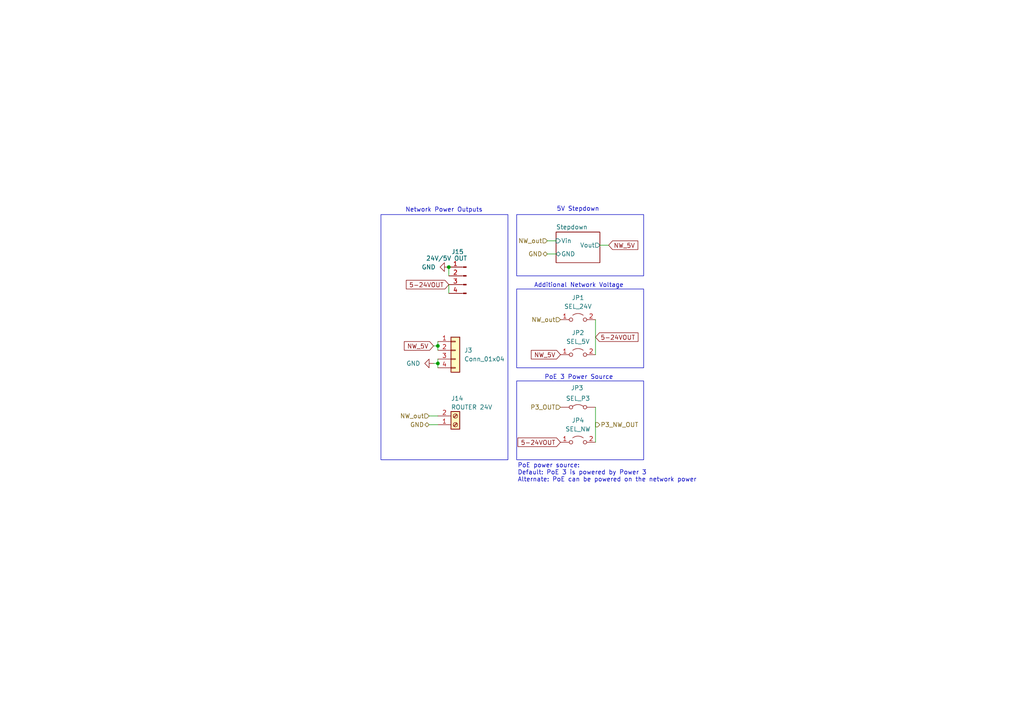
<source format=kicad_sch>
(kicad_sch (version 20231120) (generator "eeschema") (generator_version "8.0")
  (paper "A4")
  (lib_symbols
    (symbol "AusOceanPCB-rescue:Conn_01x04_Male-Connector" (pin_names (offset 1.016) hide)
      (property "Reference" "J" (at 0 5.08 0))
      (property "Value" "Connector_Conn_01x04_Male" (at 0 -7.62 0))
      (symbol "Conn_01x04_Male-Connector_1_1"
        (polyline (pts (xy 1.27 -5.08) (xy 0.8636 -5.08)) (stroke (width 0.1524)))
        (polyline (pts (xy 1.27 -2.54) (xy 0.8636 -2.54)) (stroke (width 0.1524)))
        (polyline (pts (xy 1.27 0) (xy 0.8636 0)) (stroke (width 0.1524)))
        (polyline (pts (xy 1.27 2.54) (xy 0.8636 2.54)) (stroke (width 0.1524)))
        (rectangle (start 0.8636 -4.953) (end 0 -5.207) (stroke (width 0.1524)) (fill (type outline)))
        (rectangle (start 0.8636 -2.413) (end 0 -2.667) (stroke (width 0.1524)) (fill (type outline)))
        (rectangle (start 0.8636 0.127) (end 0 -0.127) (stroke (width 0.1524)) (fill (type outline)))
        (rectangle (start 0.8636 2.667) (end 0 2.413) (stroke (width 0.1524)) (fill (type outline)))
        (pin passive line (at 5.08 2.54 180) (length 3.81) (name "Pin_1") (number "1"))
        (pin passive line (at 5.08 0 180) (length 3.81) (name "Pin_2") (number "2"))
        (pin passive line (at 5.08 -2.54 180) (length 3.81) (name "Pin_3") (number "3"))
        (pin passive line (at 5.08 -5.08 180) (length 3.81) (name "Pin_4") (number "4"))
      )
    )
    (symbol "Connector:Screw_Terminal_01x02" (pin_names (offset 1.016) hide)
      (property "Reference" "J" (at 0 2.54 0))
      (property "Value" "Screw_Terminal_01x02" (at 0 -5.08 0))
      (symbol "Screw_Terminal_01x02_1_1"
        (rectangle (start -1.27 1.27) (end 1.27 -3.81) (stroke (width 0.254)) (fill (type background)))
        (circle (center 0 -2.54) (radius 0.635) (stroke (width 0.1524)))
        (polyline (pts (xy -0.5334 -2.2098) (xy 0.3302 -3.048)) (stroke (width 0.1524)))
        (polyline (pts (xy -0.5334 0.3302) (xy 0.3302 -0.508)) (stroke (width 0.1524)))
        (polyline (pts (xy -0.3556 -2.032) (xy 0.508 -2.8702)) (stroke (width 0.1524)))
        (polyline (pts (xy -0.3556 0.508) (xy 0.508 -0.3302)) (stroke (width 0.1524)))
        (circle (center 0 0) (radius 0.635) (stroke (width 0.1524)))
        (pin passive line (at -5.08 0 0) (length 3.81) (name "Pin_1") (number "1"))
        (pin passive line (at -5.08 -2.54 0) (length 3.81) (name "Pin_2") (number "2"))
      )
    )
    (symbol "Connector_Generic:Conn_01x04" (pin_names (offset 1.016) hide)
      (property "Reference" "J" (at 0 5.08 0))
      (property "Value" "Conn_01x04" (at 0 -7.62 0))
      (symbol "Conn_01x04_1_1"
        (rectangle (start -1.27 -4.953) (end 0 -5.207) (stroke (width 0.1524)))
        (rectangle (start -1.27 -2.413) (end 0 -2.667) (stroke (width 0.1524)))
        (rectangle (start -1.27 0.127) (end 0 -0.127) (stroke (width 0.1524)))
        (rectangle (start -1.27 2.667) (end 0 2.413) (stroke (width 0.1524)))
        (rectangle (start -1.27 3.81) (end 1.27 -6.35) (stroke (width 0.254)) (fill (type background)))
        (pin passive line (at -5.08 2.54 0) (length 3.81) (name "Pin_1") (number "1"))
        (pin passive line (at -5.08 0 0) (length 3.81) (name "Pin_2") (number "2"))
        (pin passive line (at -5.08 -2.54 0) (length 3.81) (name "Pin_3") (number "3"))
        (pin passive line (at -5.08 -5.08 0) (length 3.81) (name "Pin_4") (number "4"))
      )
    )
    (symbol "Jumper:Jumper_2_Bridged" (pin_numbers hide) (pin_names (offset 0) hide) (exclude_from_sim yes)
      (property "Reference" "JP" (at 0 1.905 0))
      (property "Value" "Jumper_2_Bridged" (at 0 -2.54 0))
      (symbol "Jumper_2_Bridged_0_0"
        (circle (center -2.032 0) (radius 0.508))
        (circle (center 2.032 0) (radius 0.508))
      )
      (symbol "Jumper_2_Bridged_0_1"
        (arc (start 1.524 0.254) (mid 0 0.762) (end -1.524 0.254))
      )
      (symbol "Jumper_2_Bridged_1_1"
        (pin passive line (at -5.08 0 0) (length 2.54) (name "A") (number "1"))
        (pin passive line (at 5.08 0 180) (length 2.54) (name "B") (number "2"))
      )
    )
    (symbol "Jumper:Jumper_2_Open" (pin_names (offset 0) hide)
      (property "Reference" "JP" (at 0 2.794 0))
      (property "Value" "Jumper_2_Open" (at 0 -2.286 0))
      (symbol "Jumper_2_Open_0_0"
        (circle (center -2.032 0) (radius 0.508))
        (circle (center 2.032 0) (radius 0.508))
      )
      (symbol "Jumper_2_Open_0_1"
        (arc (start 1.524 1.27) (mid 0 1.778) (end -1.524 1.27))
      )
      (symbol "Jumper_2_Open_1_1"
        (pin passive line (at -5.08 0 0) (length 2.54) (name "A") (number "1"))
        (pin passive line (at 5.08 0 180) (length 2.54) (name "B") (number "2"))
      )
    )
    (symbol "power:GND" (power) (pin_names (offset 0))
      (property "Value" "GND" (at 0 -3.81 0))
      (symbol "GND_0_1"
        (polyline (pts (xy 0 0) (xy 0 -1.27) (xy 1.27 -1.27) (xy 0 -2.54) (xy -1.27 -1.27) (xy 0 -1.27)))
      )
      (symbol "GND_1_1"
        (pin power_in line (at 0 0 270) (length 0) hide (name "GND") (number "1"))
      )
    )
  )
  (junction (at 127 100.33))
  (junction (at 127 105.41))
  (junction (at 130.175 77.47))
  (wire (pts (xy 158.75 73.66) (xy 161.29 73.66)))
  (wire (pts (xy 158.75 69.85) (xy 161.29 69.85)))
  (wire (pts (xy 127 100.33) (xy 127 101.6)))
  (wire (pts (xy 130.175 85.09) (xy 130.175 82.55)))
  (wire (pts (xy 172.72 118.11) (xy 172.72 128.27)))
  (wire (pts (xy 172.72 92.71) (xy 172.72 102.87)))
  (wire (pts (xy 127 104.14) (xy 127 105.41)))
  (wire (pts (xy 125.73 105.41) (xy 127 105.41)))
  (wire (pts (xy 124.46 120.65) (xy 127 120.65)))
  (wire (pts (xy 176.53 71.12) (xy 173.99 71.12)))
  (wire (pts (xy 127 105.41) (xy 127 106.68)))
  (wire (pts (xy 127 123.19) (xy 124.46 123.19)))
  (wire (pts (xy 125.73 100.33) (xy 127 100.33)))
  (wire (pts (xy 130.175 80.01) (xy 130.175 77.47)))
  (wire (pts (xy 127 99.06) (xy 127 100.33)))
  (rectangle (start 149.86 62.23) (end 186.69 80.01))
  (rectangle (start 149.86 83.82) (end 186.69 106.68))
  (rectangle (start 110.49 62.23) (end 147.32 133.35))
  (rectangle (start 149.86 110.49) (end 186.69 133.35))
  (text "Additional Network Voltage" (at 167.894 82.804 0) (effects (font (size 1.27 1.27))))
  (text "PoE 3 Power Source" (at 167.894 109.474 0) (effects (font (size 1.27 1.27))))
  (text "5V Stepdown" (at 167.64 60.706 0) (effects (font (size 1.27 1.27))))
  (text "Network Power Outputs" (at 128.778 60.96 0) (effects (font (size 1.27 1.27))))
  (text "PoE power source:\nDefault: PoE 3 is powered by Power 3\nAlternate: PoE can be powered on the network power" (at 150.114 137.16 0) (effects (font (size 1.27 1.27)) (justify left)))
  (global_label "NW_5V" (shape input) (at 162.56 102.87 180) (property "Intersheetrefs" "${INTERSHEET_REFS}" (effects (hide yes))))
  (global_label "NW_5V" (shape input) (at 176.53 71.12 0) (property "Intersheetrefs" "${INTERSHEET_REFS}" (effects (hide yes))))
  (global_label "5-24VOUT" (shape input) (at 172.72 97.79 0) (property "Intersheetrefs" "${INTERSHEET_REFS}" (effects (hide yes))))
  (global_label "5-24VOUT" (shape input) (at 130.175 82.55 180) (property "Intersheetrefs" "${INTERSHEET_REFS}" (effects (hide yes))))
  (global_label "NW_5V" (shape input) (at 125.73 100.33 180) (property "Intersheetrefs" "${INTERSHEET_REFS}" (effects (hide yes))))
  (global_label "5-24VOUT" (shape input) (at 162.56 128.27 180) (property "Intersheetrefs" "${INTERSHEET_REFS}" (effects (hide yes))))
  (hierarchical_label "NW_out" (shape input) (at 162.56 92.71 180))
  (hierarchical_label "GND" (shape bidirectional) (at 158.75 73.66 180))
  (hierarchical_label "P3_NW_OUT" (shape output) (at 172.72 123.19 0))
  (hierarchical_label "P3_OUT" (shape input) (at 162.56 118.11 180))
  (hierarchical_label "GND" (shape bidirectional) (at 124.46 123.19 180))
  (hierarchical_label "NW_out" (shape input) (at 158.75 69.85 180))
  (hierarchical_label "NW_out" (shape input) (at 124.46 120.65 180))
  (symbol (lib_id "power:GND") (at 130.175 77.47 270) (unit 1)
    (property "Reference" "#PWR022" (effects (hide yes)))
    (property "Value" "GND" (at 126.365 77.47 90) (effects (justify right)))
  )
  (symbol (lib_id "Jumper:Jumper_2_Open") (at 167.64 102.87 0) (unit 1)
    (property "Reference" "JP2" (at 167.64 96.52 0))
    (property "Value" "SEL_5V" (at 167.64 99.06 0))
    (property "Footprint" "Jumper:SolderJumper-2_P1.3mm_Open_TrianglePad1.0x1.5mm" (effects (hide yes)))
  )
  (symbol (lib_id "power:GND") (at 125.73 105.41 270) (unit 1)
    (property "Reference" "#PWR021" (effects (hide yes)))
    (property "Value" "GND" (at 121.92 105.41 90) (effects (justify right)))
  )
  (symbol (lib_id "AusOceanPCB-rescue:Conn_01x04_Male-Connector") (at 135.255 80.01 0) (mirror y) (unit 1)
    (property "Reference" "J15" (at 132.715 73.025 0))
    (property "Value" "24V/5V OUT" (at 129.54 74.93 0))
    (property "Footprint" "Connector_JST:JST_EH_B4B-EH-A_1x04_P2.50mm_Vertical" (effects (hide yes)))
  )
  (symbol (lib_id "Connector_Generic:Conn_01x04") (at 132.08 101.6 0) (unit 1)
    (property "Reference" "J3" (at 134.62 101.6 0) (effects (justify left)))
    (property "Value" "Conn_01x04" (at 134.62 104.14 0) (effects (justify left)))
    (property "Footprint" "Connector_JST:JST_XA_B04B-XASK-1_1x04_P2.50mm_Vertical" (effects (hide yes)))
    (property "Description" "Generic connector, single row, 01x04, script generated (kicad-library-utils/schlib/autogen/connector/)" (effects (hide yes)))
  )
  (symbol (lib_id "Connector:Screw_Terminal_01x02") (at 132.08 123.19 0) (mirror x) (unit 1)
    (property "Reference" "J14" (at 130.81 115.57 0) (effects (justify left)))
    (property "Value" "ROUTER 24V" (at 130.81 118.11 0) (effects (justify left)))
    (property "Footprint" "AusOcean:CUI_Screw_terminal_1x2" (effects (hide yes)))
  )
  (symbol (lib_id "Jumper:Jumper_2_Open") (at 167.64 128.27 0) (unit 1)
    (property "Reference" "JP4" (at 167.64 121.92 0))
    (property "Value" "SEL_NW" (at 167.64 124.46 0))
    (property "Footprint" "Jumper:SolderJumper-2_P1.3mm_Open_TrianglePad1.0x1.5mm" (effects (hide yes)))
  )
  (symbol (lib_id "Jumper:Jumper_2_Bridged") (at 167.64 118.11 0) (unit 1) (exclude_from_sim yes)
    (property "Reference" "JP3" (at 167.386 112.522 0))
    (property "Value" "SEL_P3" (at 167.64 115.57 0))
    (property "Footprint" "Jumper:SolderJumper-2_P1.3mm_Bridged2Bar_Pad1.0x1.5mm" (effects (hide yes)))
    (property "Description" "Jumper, 2-pole, closed/bridged" (effects (hide yes)))
  )
  (symbol (lib_id "Jumper:Jumper_2_Open") (at 167.64 92.71 0) (unit 1)
    (property "Reference" "JP1" (at 167.64 86.36 0))
    (property "Value" "SEL_24V" (at 167.64 88.9 0))
    (property "Footprint" "Jumper:SolderJumper-2_P1.3mm_Open_TrianglePad1.0x1.5mm" (effects (hide yes)))
  )
  (sheet (at 161.29 67.31) (size 12.7 8.89) (stroke (width 0.1524))
    (property "Sheetname" "Stepdown" (at 161.29 66.5984 0) (effects (justify left bottom)))
    (property "Sheetfile" "stepdown.kicad_sch" (effects (hide yes)))
    (pin "Vout" output (at 173.99 71.12 0))
    (pin "GND" bidirectional (at 161.29 73.66 180))
    (pin "Vin" input (at 161.29 69.85 180))
  )
)
</source>
